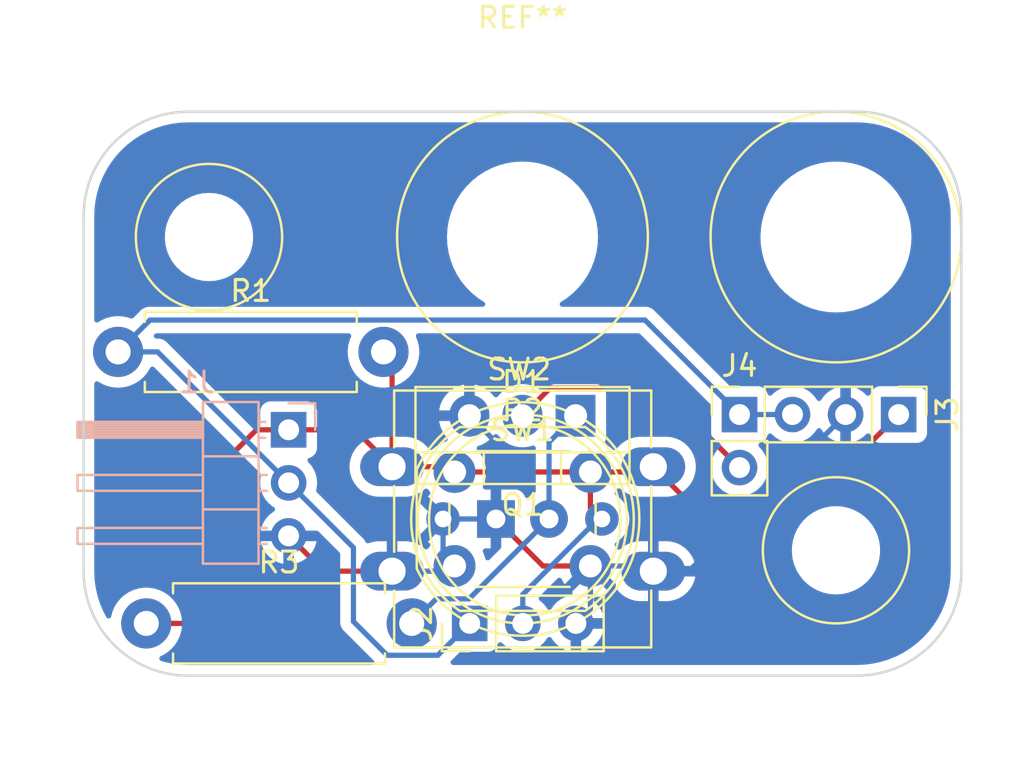
<source format=kicad_pcb>
(kicad_pcb (version 20211014) (generator pcbnew)
  (layers (0 "F.Cu" signal) (31 "B.Cu" signal) (34 "B.Paste" user) (35 "F.Paste" user) (36 "B.SilkS" user "B.Silkscreen") (37 "F.SilkS" user "F.Silkscreen") (38 "B.Mask" user) (39 "F.Mask" user) (44 "Edge.Cuts" user))
  (net 0 "")
  (net 1 "GND")
  (net 2 "Net-(D1-Pad2)")
  (net 3 "Net-(J1-Pad1)")
  (net 4 "+5V")
  (net 5 "Net-(J4-Pad2)")
  (footprint "Package_TO_SOT_THT:TO-220-3_Vertical" (layer "F.Cu") (at 2.54 1.055 180)
    (fp_text reference "Q1" (at 2.54 -4.27) (layer "F.SilkS"))
    (fp_text value "TIP120")
    (fp_line (start 7.66 -3.27) (end 7.66 1.371) (layer "F.SilkS") (width 0.12))
    (fp_line (start -2.58 -3.27) (end -2.58 1.371) (layer "F.SilkS") (width 0.12))
    (fp_line (start -2.58 1.371) (end 7.66 1.371) (layer "F.SilkS") (width 0.12))
    (fp_line (start 0.69 -3.27) (end 0.69 -1.76) (layer "F.SilkS") (width 0.12))
    (fp_line (start 4.391 -3.27) (end 4.391 -1.76) (layer "F.SilkS") (width 0.12))
    (fp_line (start -2.58 -3.27) (end 7.66 -3.27) (layer "F.SilkS") (width 0.12))
    (fp_line (start -2.58 -1.76) (end 7.66 -1.76) (layer "F.SilkS") (width 0.12))
    (pad "1" thru_hole rect (at 0 0 180) (size 1.905 2) (drill 1.1) (layers *.Cu *.Mask) (net 2 "Net-(D1-Pad2)"))
    (pad "2" thru_hole oval (at 2.54 0 180) (size 1.905 2) (drill 1.1) (layers *.Cu *.Mask) (net 5 "Net-(J4-Pad2)"))
    (pad "3" thru_hole oval (at 5.08 0 180) (size 1.905 2) (drill 1.1) (layers *.Cu *.Mask) (net 1 "GND"))
  )
  (footprint "Button_Switch_THT:SW_PUSH-12mm" (layer "F.Cu") (at -6.24 3.5)
    (fp_text reference "SW2" (at 6.08 -4.66) (layer "F.SilkS"))
    (fp_text value "SW_Push")
    (fp_line (start 0.1 -0.93) (end 0.1 -3.65) (layer "F.SilkS") (width 0.12))
    (fp_line (start 0.1 4.07) (end 0.1 0.93) (layer "F.SilkS") (width 0.12))
    (fp_line (start 0.1 8.65) (end 0.1 5.93) (layer "F.SilkS") (width 0.12))
    (fp_line (start 12.4 8.65) (end 0.1 8.65) (layer "F.SilkS") (width 0.12))
    (fp_line (start 12.4 0.93) (end 12.4 4.07) (layer "F.SilkS") (width 0.12))
    (fp_line (start 0.1 -3.65) (end 12.4 -3.65) (layer "F.SilkS") (width 0.12))
    (fp_line (start 12.4 -3.65) (end 12.4 -0.93) (layer "F.SilkS") (width 0.12))
    (fp_line (start 12.4 5.93) (end 12.4 8.65) (layer "F.SilkS") (width 0.12))
    (fp_circle (center 6.35 2.54) (end 10.16 5.08) (layer "F.SilkS") (width 0.12) (fill none))
    (pad "1" thru_hole oval (at 0 0) (size 3.048 1.85) (drill 1.3) (layers *.Cu *.Mask) (net 3 "Net-(J1-Pad1)"))
    (pad "1" thru_hole oval (at 12.5 0) (size 3.048 1.85) (drill 1.3) (layers *.Cu *.Mask) (net 3 "Net-(J1-Pad1)"))
    (pad "2" thru_hole oval (at 0 5) (size 3.048 1.85) (drill 1.3) (layers *.Cu *.Mask) (net 1 "GND"))
    (pad "2" thru_hole oval (at 12.5 5) (size 3.048 1.85) (drill 1.3) (layers *.Cu *.Mask) (net 1 "GND"))
  )
  (footprint "OOEB-footprints:OOEB-XXXX-03-02" (layer "F.Cu") (at 0 0)
    (fp_text reference "REF**" (at 0 -18 unlocked) (layer "F.SilkS"))
    (fp_text value "OOEB-XXXX-03-02")
    (fp_circle (center 15 -7.5) (end 9 -7.5) (layer "F.SilkS") (width 0.12) (fill none))
    (fp_circle (center 15 7.5) (end 18.5 7.5) (layer "F.SilkS") (width 0.12) (fill none))
    (fp_circle (center 0 -7.5) (end 6 -7.5) (layer "F.SilkS") (width 0.12) (fill none))
    (fp_circle (center -15 -7.5) (end -11.5 -7.5) (layer "F.SilkS") (width 0.12) (fill none))
    (fp_line (start -21 8.5) (end -21 -8.5) (layer "Edge.Cuts") (width 0.12))
    (fp_line (start 16 13.5) (end -16 13.5) (layer "Edge.Cuts") (width 0.12))
    (fp_line (start 21 -8.5) (end 21 8.5) (layer "Edge.Cuts") (width 0.12))
    (fp_line (start -16 -13.5) (end 16 -13.5) (layer "Edge.Cuts") (width 0.12))
    (fp_arc (start -21 -8.5) (mid -19.535534 -12.035534) (end -16 -13.5) (layer "Edge.Cuts") (width 0.12))
    (fp_arc (start 21 8.5) (mid 19.535534 12.035534) (end 16 13.5) (layer "Edge.Cuts") (width 0.12))
    (fp_arc (start -16 13.5) (mid -19.535534 12.035534) (end -21 8.5) (layer "Edge.Cuts") (width 0.12))
    (fp_arc (start 16 -13.5) (mid 19.535534 -12.035534) (end 21 -8.5) (layer "Edge.Cuts") (width 0.12))
    (pad "" np_thru_hole circle (at 15 7.5) (size 3.2 3.2) (drill 3.2) (layers F&B.Cu))
    (pad "" np_thru_hole circle (at 0 -7.5) (size 6.2 6.2) (drill 6.2) (layers F&B.Cu))
    (pad "" np_thru_hole circle (at -15 -7.5) (size 3.2 3.2) (drill 3.2) (layers F&B.Cu))
    (pad "" np_thru_hole circle (at 15 -7.5) (size 6.2 6.2) (drill 6.2) (layers F&B.Cu))
  )
  (footprint "OptoDevice:R_LDR_10x8.5mm_P7.6mm_Vertical" (layer "F.Cu") (at -3.8 6)
    (fp_text reference "R2" (at 3.8 -5.2) (layer "F.SilkS"))
    (fp_text value "R_Photo")
    (fp_line (start 0.8 -4.4) (end 6.8 -4.4) (layer "F.SilkS") (width 0.12))
    (fp_line (start 0.8 4.4) (end 6.8 4.4) (layer "F.SilkS") (width 0.12))
    (fp_arc (start 0.8 4.4) (mid -1.525374 0.019809) (end 0.76735 -4.37756) (layer "F.SilkS") (width 0.12))
    (fp_arc (start 6.8 -4.4) (mid 9.125374 -0.019809) (end 6.83265 4.37756) (layer "F.SilkS") (width 0.12))
    (pad "1" thru_hole circle (at 0 0) (size 1.6 1.6) (drill 0.8) (layers *.Cu *.Mask) (net 1 "GND"))
    (pad "2" thru_hole circle (at 7.6 0) (size 1.6 1.6) (drill 0.8) (layers *.Cu *.Mask) (net 3 "Net-(J1-Pad1)"))
  )
  (footprint "Resistor_THT:R_Axial_DIN0411_L9.9mm_D3.6mm_P12.70mm_Horizontal" (layer "F.Cu") (at -18 11)
    (fp_text reference "R3" (at 6.35 -2.92) (layer "F.SilkS"))
    (fp_text value "R")
    (fp_line (start 1.28 -1.92) (end 11.42 -1.92) (layer "F.SilkS") (width 0.12))
    (fp_line (start 11.42 -1.92) (end 11.42 -1.44) (layer "F.SilkS") (width 0.12))
    (fp_line (start 11.42 1.92) (end 11.42 1.44) (layer "F.SilkS") (width 0.12))
    (fp_line (start 1.28 -1.44) (end 1.28 -1.92) (layer "F.SilkS") (width 0.12))
    (fp_line (start 1.28 1.44) (end 1.28 1.92) (layer "F.SilkS") (width 0.12))
    (fp_line (start 1.28 1.92) (end 11.42 1.92) (layer "F.SilkS") (width 0.12))
    (pad "1" thru_hole circle (at 0 0) (size 2.4 2.4) (drill 1.2) (layers *.Cu *.Mask) (net 3 "Net-(J1-Pad1)"))
    (pad "2" thru_hole oval (at 12.7 0) (size 2.4 2.4) (drill 1.2) (layers *.Cu *.Mask) (net 2 "Net-(D1-Pad2)"))
  )
  (footprint "Connector_PinHeader_2.54mm:PinHeader_1x03_P2.54mm_Vertical" (layer "F.Cu") (at -2.525 11 90)
    (fp_text reference "J2" (at 0 -2.33 90) (layer "F.SilkS"))
    (fp_text value "Conn_01x03_Male")
    (fp_line (start -1.33 1.27) (end 1.33 1.27) (layer "F.SilkS") (width 0.12))
    (fp_line (start 1.33 1.27) (end 1.33 6.41) (layer "F.SilkS") (width 0.12))
    (fp_line (start -1.33 1.27) (end -1.33 6.41) (layer "F.SilkS") (width 0.12))
    (fp_line (start -1.33 -1.33) (end 0 -1.33) (layer "F.SilkS") (width 0.12))
    (fp_line (start -1.33 0) (end -1.33 -1.33) (layer "F.SilkS") (width 0.12))
    (fp_line (start -1.33 6.41) (end 1.33 6.41) (layer "F.SilkS") (width 0.12))
    (pad "1" thru_hole rect (at 0 0 90) (size 1.7 1.7) (drill 1) (layers *.Cu *.Mask) (net 4 "+5V"))
    (pad "2" thru_hole oval (at 0 2.54 90) (size 1.7 1.7) (drill 1) (layers *.Cu *.Mask) (net 3 "Net-(J1-Pad1)"))
    (pad "3" thru_hole oval (at 0 5.08 90) (size 1.7 1.7) (drill 1) (layers *.Cu *.Mask) (net 1 "GND"))
  )
  (footprint "LED_THT:LED_D10.0mm" (layer "F.Cu") (at -1.27 6)
    (fp_text reference "D1" (at 1.27 -6.56) (layer "F.SilkS"))
    (fp_text value "LED")
    (fp_line (start -3.79 -2.376) (end -3.79 2.376) (layer "F.SilkS") (width 0.12))
    (fp_arc (start 6.859998 0.004741) (mid 2.484794 5.456407) (end -3.79 2.375816) (layer "F.SilkS") (width 0.12))
    (fp_arc (start -3.79 -2.375816) (mid 2.484794 -5.456407) (end 6.859998 -0.004741) (layer "F.SilkS") (width 0.12))
    (fp_circle (center 1.27 0) (end 6.27 0) (layer "F.SilkS") (width 0.12) (fill none))
    (pad "1" thru_hole rect (at 0 0) (size 1.8 1.8) (drill 0.9) (layers *.Cu *.Mask) (net 1 "GND"))
    (pad "2" thru_hole circle (at 2.54 0) (size 1.8 1.8) (drill 0.9) (layers *.Cu *.Mask) (net 2 "Net-(D1-Pad2)"))
  )
  (footprint "Connector_PinHeader_2.54mm:PinHeader_1x03_P2.54mm_Vertical" (layer "F.Cu") (at 18 1 -90)
    (fp_text reference "J3" (at 0 -2.33 90) (layer "F.SilkS"))
    (fp_text value "Conn_01x03_Male")
    (fp_line (start -1.33 1.27) (end -1.33 6.41) (layer "F.SilkS") (width 0.12))
    (fp_line (start 1.33 1.27) (end 1.33 6.41) (layer "F.SilkS") (width 0.12))
    (fp_line (start -1.33 0) (end -1.33 -1.33) (layer "F.SilkS") (width 0.12))
    (fp_line (start -1.33 1.27) (end 1.33 1.27) (layer "F.SilkS") (width 0.12))
    (fp_line (start -1.33 -1.33) (end 0 -1.33) (layer "F.SilkS") (width 0.12))
    (fp_line (start -1.33 6.41) (end 1.33 6.41) (layer "F.SilkS") (width 0.12))
    (pad "1" thru_hole rect (at 0 0 270) (size 1.7 1.7) (drill 1) (layers *.Cu *.Mask) (net 3 "Net-(J1-Pad1)"))
    (pad "2" thru_hole oval (at 0 2.54 270) (size 1.7 1.7) (drill 1) (layers *.Cu *.Mask) (net 1 "GND"))
    (pad "3" thru_hole oval (at 0 5.08 270) (size 1.7 1.7) (drill 1) (layers *.Cu *.Mask) (net 4 "+5V"))
  )
  (footprint "Resistor_THT:R_Axial_DIN0411_L9.9mm_D3.6mm_P12.70mm_Horizontal" (layer "F.Cu") (at -19.35 -2)
    (fp_text reference "R1" (at 6.35 -2.92) (layer "F.SilkS"))
    (fp_text value "R")
    (fp_line (start 1.28 -1.92) (end 11.42 -1.92) (layer "F.SilkS") (width 0.12))
    (fp_line (start 11.42 1.92) (end 11.42 1.44) (layer "F.SilkS") (width 0.12))
    (fp_line (start 11.42 -1.92) (end 11.42 -1.44) (layer "F.SilkS") (width 0.12))
    (fp_line (start 1.28 1.92) (end 11.42 1.92) (layer "F.SilkS") (width 0.12))
    (fp_line (start 1.28 -1.44) (end 1.28 -1.92) (layer "F.SilkS") (width 0.12))
    (fp_line (start 1.28 1.44) (end 1.28 1.92) (layer "F.SilkS") (width 0.12))
    (pad "1" thru_hole circle (at 0 0) (size 2.4 2.4) (drill 1.2) (layers *.Cu *.Mask) (net 4 "+5V"))
    (pad "2" thru_hole oval (at 12.7 0) (size 2.4 2.4) (drill 1.2) (layers *.Cu *.Mask) (net 3 "Net-(J1-Pad1)"))
  )
  (footprint "Button_Switch_THT:SW_PUSH_6mm" (layer "F.Cu") (at -3.25 3.75)
    (fp_text reference "SW1" (at 3.25 -2) (layer "F.SilkS"))
    (fp_text value "SW_Push")
    (fp_line (start 6.75 3) (end 6.75 1.5) (layer "F.SilkS") (width 0.12))
    (fp_line (start 1 5.5) (end 5.5 5.5) (layer "F.SilkS") (width 0.12))
    (fp_line (start 5.5 -1) (end 1 -1) (layer "F.SilkS") (width 0.12))
    (fp_line (start -0.25 1.5) (end -0.25 3) (layer "F.SilkS") (width 0.12))
    (pad "1" thru_hole circle (at 6.5 0 90) (size 2 2) (drill 1.1) (layers *.Cu *.Mask) (net 3 "Net-(J1-Pad1)"))
    (pad "1" thru_hole circle (at 0 0 90) (size 2 2) (drill 1.1) (layers *.Cu *.Mask) (net 3 "Net-(J1-Pad1)"))
    (pad "2" thru_hole circle (at 0 4.5 90) (size 2 2) (drill 1.1) (layers *.Cu *.Mask) (net 1 "GND"))
    (pad "2" thru_hole circle (at 6.5 4.5 90) (size 2 2) (drill 1.1) (layers *.Cu *.Mask) (net 1 "GND"))
  )
  (footprint "Connector_PinHeader_2.54mm:PinHeader_1x02_P2.54mm_Vertical" (layer "F.Cu") (at 10.385 1)
    (fp_text reference "J4" (at 0 -2.33) (layer "F.SilkS"))
    (fp_text value "Conn_01x02_Male")
    (fp_line (start -1.33 0) (end -1.33 -1.33) (layer "F.SilkS") (width 0.12))
    (fp_line (start -1.33 -1.33) (end 0 -1.33) (layer "F.SilkS") (width 0.12))
    (fp_line (start -1.33 3.87) (end 1.33 3.87) (layer "F.SilkS") (width 0.12))
    (fp_line (start -1.33 1.27) (end 1.33 1.27) (layer "F.SilkS") (width 0.12))
    (fp_line (start -1.33 1.27) (end -1.33 3.87) (layer "F.SilkS") (width 0.12))
    (fp_line (start 1.33 1.27) (end 1.33 3.87) (layer "F.SilkS") (width 0.12))
    (pad "1" thru_hole rect (at 0 0) (size 1.7 1.7) (drill 1) (layers *.Cu *.Mask) (net 4 "+5V"))
    (pad "2" thru_hole oval (at 0 2.54) (size 1.7 1.7) (drill 1) (layers *.Cu *.Mask) (net 5 "Net-(J4-Pad2)"))
  )
  (footprint "Connector_PinHeader_2.54mm:PinHeader_1x03_P2.54mm_Horizontal" (layer "B.Cu") (at -11.19 1.73 180)
    (fp_text reference "J1" (at 4.385 2.27) (layer "B.SilkS") (effects (justify mirror)))
    (fp_text value "Conn_01x03_Male")
    (fp_line (start 4.1 -2.16) (end 10.1 -2.16) (layer "B.SilkS") (width 0.12))
    (fp_line (start 4.1 -0.16) (end 10.1 -0.16) (layer "B.SilkS") (width 0.12))
    (fp_line (start 4.1 0.38) (end 10.1 0.38) (layer "B.SilkS") (width 0.12))
    (fp_line (start 1.44 1.33) (end 1.44 -6.41) (layer "B.SilkS") (width 0.12))
    (fp_line (start 4.1 -0.28) (end 10.1 -0.28) (layer "B.SilkS") (width 0.12))
    (fp_line (start 4.1 0.08) (end 10.1 0.08) (layer "B.SilkS") (width 0.12))
    (fp_line (start 1.042929 -2.16) (end 1.44 -2.16) (layer "B.SilkS") (width 0.12))
    (fp_line (start 10.1 -5.46) (end 4.1 -5.46) (layer "B.SilkS") (width 0.12))
    (fp_line (start 1.042929 -4.7) (end 1.44 -4.7) (layer "B.SilkS") (width 0.12))
    (fp_line (start 4.1 -6.41) (end 4.1 1.33) (layer "B.SilkS") (width 0.12))
    (fp_line (start 1.042929 -5.46) (end 1.44 -5.46) (layer "B.SilkS") (width 0.12))
    (fp_line (start -1.27 0) (end -1.27 1.27) (layer "B.SilkS") (width 0.12))
    (fp_line (start 1.44 -3.81) (end 4.1 -3.81) (layer "B.SilkS") (width 0.12))
    (fp_line (start 4.1 -4.7) (end 10.1 -4.7) (layer "B.SilkS") (width 0.12))
    (fp_line (start 10.1 -0.38) (end 4.1 -0.38) (layer "B.SilkS") (width 0.12))
    (fp_line (start 10.1 -4.7) (end 10.1 -5.46) (layer "B.SilkS") (width 0.12))
    (fp_line (start 4.1 1.33) (end 1.44 1.33) (layer "B.SilkS") (width 0.12))
    (fp_line (start 4.1 0.2) (end 10.1 0.2) (layer "B.SilkS") (width 0.12))
    (fp_line (start 1.11 0.38) (end 1.44 0.38) (layer "B.SilkS") (width 0.12))
    (fp_line (start 4.1 -0.04) (end 10.1 -0.04) (layer "B.SilkS") (width 0.12))
    (fp_line (start 4.1 0.32) (end 10.1 0.32) (layer "B.SilkS") (width 0.12))
    (fp_line (start 10.1 -2.92) (end 4.1 -2.92) (layer "B.SilkS") (width 0.12))
    (fp_line (start 1.042929 -2.92) (end 1.44 -2.92) (layer "B.SilkS") (width 0.12))
    (fp_line (start 1.44 -6.41) (end 4.1 -6.41) (layer "B.SilkS") (width 0.12))
    (fp_line (start 1.44 -1.27) (end 4.1 -1.27) (layer "B.SilkS") (width 0.12))
    (fp_line (start 10.1 0.38) (end 10.1 -0.38) (layer "B.SilkS") (width 0.12))
    (fp_line (start -1.27 1.27) (end 0 1.27) (layer "B.SilkS") (width 0.12))
    (fp_line (start 10.1 -2.16) (end 10.1 -2.92) (layer "B.SilkS") (width 0.12))
    (fp_line (start 1.11 -0.38) (end 1.44 -0.38) (layer "B.SilkS") (width 0.12))
    (pad "1" thru_hole rect (at 0 0 180) (size 1.7 1.7) (drill 1) (layers *.Cu *.Mask) (net 3 "Net-(J1-Pad1)"))
    (pad "2" thru_hole oval (at 0 -2.54 180) (size 1.7 1.7) (drill 1) (layers *.Cu *.Mask) (net 4 "+5V"))
    (pad "3" thru_hole oval (at 0 -5.08 180) (size 1.7 1.7) (drill 1) (layers *.Cu *.Mask) (net 1 "GND"))
  )
  (segment (start -9.5 8.5) (end -6.24 8.5) (width 0.25) (layer "F.Cu") (net 1))
  (segment (start -3.5 8.5) (end -3.25 8.25) (width 0.25) (layer "F.Cu") (net 1))
  (segment (start 0.98 8.25) (end 3.25 8.25) (width 0.25) (layer "F.Cu") (net 1))
  (segment (start -1.27 6) (end 0.98 8.25) (width 0.25) (layer "F.Cu") (net 1))
  (segment (start -11.19 6.81) (end -9.5 8.5) (width 0.25) (layer "F.Cu") (net 1))
  (segment (start -1.27 6) (end -3.8 6) (width 0.25) (layer "B.Cu") (net 1))
  (segment (start 3.25 8.25) (end 3.25 10.305) (width 0.25) (layer "B.Cu") (net 1))
  (segment (start -3.8 7.7) (end -3.25 8.25) (width 0.25) (layer "B.Cu") (net 1))
  (segment (start -3.8 6) (end -3.8 7.7) (width 0.25) (layer "B.Cu") (net 1))
  (segment (start 7.96 8.5) (end 6.26 8.5) (width 0.25) (layer "B.Cu") (net 1))
  (segment (start 3.25 10.305) (end 2.555 11) (width 0.25) (layer "B.Cu") (net 1))
  (segment (start 15.46 1) (end 7.96 8.5) (width 0.25) (layer "B.Cu") (net 1))
  (segment (start 6.01 8.25) (end 6.26 8.5) (width 0.25) (layer "B.Cu") (net 1))
  (segment (start -2.54 1.055) (end -1.27 2.325) (width 0.25) (layer "B.Cu") (net 1))
  (segment (start -3.5 8.5) (end -3.25 8.25) (width 0.25) (layer "B.Cu") (net 1))
  (segment (start 3.25 8.25) (end 6.01 8.25) (width 0.25) (layer "B.Cu") (net 1))
  (segment (start -6.24 8.5) (end -3.5 8.5) (width 0.25) (layer "B.Cu") (net 1))
  (segment (start -4.125489 9.825489) (end -5.3 11) (width 0.25) (layer "B.Cu") (net 2))
  (segment (start 1.27 2.325) (end 2.54 1.055) (width 0.25) (layer "B.Cu") (net 2))
  (segment (start -2.555489 9.825489) (end -4.125489 9.825489) (width 0.25) (layer "B.Cu") (net 2))
  (segment (start 1.27 6) (end -2.555489 9.825489) (width 0.25) (layer "B.Cu") (net 2))
  (segment (start 1.27 6) (end 1.27 2.325) (width 0.25) (layer "B.Cu") (net 2))
  (segment (start -8.01 1.73) (end -6.24 3.5) (width 0.25) (layer "F.Cu") (net 3))
  (segment (start 7.76 5) (end 14 5) (width 0.25) (layer "F.Cu") (net 3))
  (segment (start 3.25 3.75) (end 6.01 3.75) (width 0.25) (layer "F.Cu") (net 3))
  (segment (start -11.19 1.73) (end -8.01 1.73) (width 0.25) (layer "F.Cu") (net 3))
  (segment (start -6.24 -1.59) (end -6.65 -2) (width 0.25) (layer "F.Cu") (net 3))
  (segment (start 6.01 3.75) (end 6.26 3.5) (width 0.25) (layer "F.Cu") (net 3))
  (segment (start -6.24 3.5) (end -6.24 -1.59) (width 0.25) (layer "F.Cu") (net 3))
  (segment (start 3.8 6) (end 3.626857 6) (width 0.25) (layer "F.Cu") (net 3))
  (segment (start 3.25 5.45) (end 3.8 6) (width 0.25) (layer "F.Cu") (net 3))
  (segment (start -6.24 3.5) (end -3.5 3.5) (width 0.25) (layer "F.Cu") (net 3))
  (segment (start 3.25 3.75) (end 3.25 5.45) (width 0.25) (layer "F.Cu") (net 3))
  (segment (start -14 10) (end -14 3) (width 0.25) (layer "F.Cu") (net 3))
  (segment (start -3.5 3.5) (end -3.25 3.75) (width 0.25) (layer "F.Cu") (net 3))
  (segment (start -18 11) (end -15 11) (width 0.25) (layer "F.Cu") (net 3))
  (segment (start -12.73 1.73) (end -11.19 1.73) (width 0.25) (layer "F.Cu") (net 3))
  (segment (start -15 11) (end -14 10) (width 0.25) (layer "F.Cu") (net 3))
  (segment (start 14 5) (end 18 1) (width 0.25) (layer "F.Cu") (net 3))
  (segment (start 6.26 3.5) (end 7.76 5) (width 0.25) (layer "F.Cu") (net 3))
  (segment (start -3.25 3.75) (end 3.25 3.75) (width 0.25) (layer "F.Cu") (net 3))
  (segment (start -14 3) (end -12.73 1.73) (width 0.25) (layer "F.Cu") (net 3))
  (segment (start 0.015 9.611857) (end 3.626857 6) (width 0.25) (layer "B.Cu") (net 3))
  (segment (start 0.015 11) (end 0.015 9.611857) (width 0.25) (layer "B.Cu") (net 3))
  (segment (start 3.626857 6) (end 3.8 6) (width 0.25) (layer "B.Cu") (net 3))
  (segment (start -17.46 -2) (end -19.35 -2) (width 0.25) (layer "B.Cu") (net 4))
  (segment (start 5.860489 -3.524511) (end 10.385 1) (width 0.25) (layer "B.Cu") (net 4))
  (segment (start -8.08852 10.91148) (end -6.475489 12.524511) (width 0.25) (layer "B.Cu") (net 4))
  (segment (start 10.385 1) (end 12.92 1) (width 0.25) (layer "B.Cu") (net 4))
  (segment (start -11.19 4.27) (end -8.08852 7.37148) (width 0.25) (layer "B.Cu") (net 4))
  (segment (start -11.19 4.27) (end -17.46 -2) (width 0.25) (layer "B.Cu") (net 4))
  (segment (start -17.825489 -3.524511) (end 5.860489 -3.524511) (width 0.25) (layer "B.Cu") (net 4))
  (segment (start -6.475489 12.524511) (end -4.049511 12.524511) (width 0.25) (layer "B.Cu") (net 4))
  (segment (start -19.35 -2) (end -17.825489 -3.524511) (width 0.25) (layer "B.Cu") (net 4))
  (segment (start -4.049511 12.524511) (end -2.525 11) (width 0.25) (layer "B.Cu") (net 4))
  (segment (start -8.08852 7.37148) (end -8.08852 10.91148) (width 0.25) (layer "B.Cu") (net 4))
  (segment (start 6.575489 -0.269511) (end 1.324511 -0.269511) (width 0.25) (layer "F.Cu") (net 5))
  (segment (start 10.385 3.54) (end 6.575489 -0.269511) (width 0.25) (layer "F.Cu") (net 5))
  (segment (start 1.324511 -0.269511) (end 0 1.055) (width 0.25) (layer "F.Cu") (net 5))
  (zone (net 1) (net_name "GND") (layer "B.Cu") (connect_pads (clearance 0.508)) (min_thickness 0.254) (fill yes (thermal_gap 0.508) (thermal_bridge_width 0.508))
    (polygon (pts (xy 24 17) (xy -23 18) (xy -25 18) (xy -23 -14) (xy 24 -14)))
  )
)
</source>
